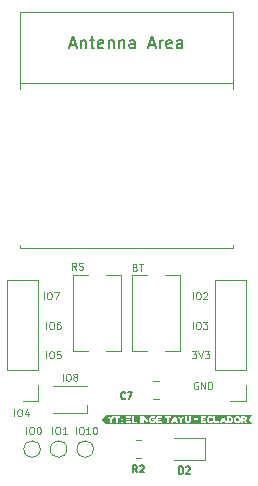
<source format=gbr>
%TF.GenerationSoftware,KiCad,Pcbnew,8.0.4*%
%TF.CreationDate,2024-09-01T23:06:17-05:00*%
%TF.ProjectId,Quick Hack,51756963-6b20-4486-9163-6b2e6b696361,rev?*%
%TF.SameCoordinates,Original*%
%TF.FileFunction,Legend,Top*%
%TF.FilePolarity,Positive*%
%FSLAX46Y46*%
G04 Gerber Fmt 4.6, Leading zero omitted, Abs format (unit mm)*
G04 Created by KiCad (PCBNEW 8.0.4) date 2024-09-01 23:06:17*
%MOMM*%
%LPD*%
G01*
G04 APERTURE LIST*
%ADD10C,0.100000*%
%ADD11C,0.150000*%
%ADD12C,0.120000*%
%ADD13C,0.000000*%
G04 APERTURE END LIST*
D10*
X137822931Y-79549942D02*
X137765789Y-79521371D01*
X137765789Y-79521371D02*
X137680074Y-79521371D01*
X137680074Y-79521371D02*
X137594360Y-79549942D01*
X137594360Y-79549942D02*
X137537217Y-79607085D01*
X137537217Y-79607085D02*
X137508646Y-79664228D01*
X137508646Y-79664228D02*
X137480074Y-79778514D01*
X137480074Y-79778514D02*
X137480074Y-79864228D01*
X137480074Y-79864228D02*
X137508646Y-79978514D01*
X137508646Y-79978514D02*
X137537217Y-80035657D01*
X137537217Y-80035657D02*
X137594360Y-80092800D01*
X137594360Y-80092800D02*
X137680074Y-80121371D01*
X137680074Y-80121371D02*
X137737217Y-80121371D01*
X137737217Y-80121371D02*
X137822931Y-80092800D01*
X137822931Y-80092800D02*
X137851503Y-80064228D01*
X137851503Y-80064228D02*
X137851503Y-79864228D01*
X137851503Y-79864228D02*
X137737217Y-79864228D01*
X138108646Y-80121371D02*
X138108646Y-79521371D01*
X138108646Y-79521371D02*
X138451503Y-80121371D01*
X138451503Y-80121371D02*
X138451503Y-79521371D01*
X138737217Y-80121371D02*
X138737217Y-79521371D01*
X138737217Y-79521371D02*
X138880074Y-79521371D01*
X138880074Y-79521371D02*
X138965788Y-79549942D01*
X138965788Y-79549942D02*
X139022931Y-79607085D01*
X139022931Y-79607085D02*
X139051502Y-79664228D01*
X139051502Y-79664228D02*
X139080074Y-79778514D01*
X139080074Y-79778514D02*
X139080074Y-79864228D01*
X139080074Y-79864228D02*
X139051502Y-79978514D01*
X139051502Y-79978514D02*
X139022931Y-80035657D01*
X139022931Y-80035657D02*
X138965788Y-80092800D01*
X138965788Y-80092800D02*
X138880074Y-80121371D01*
X138880074Y-80121371D02*
X138737217Y-80121371D01*
X137408646Y-75021371D02*
X137408646Y-74421371D01*
X137808645Y-74421371D02*
X137922931Y-74421371D01*
X137922931Y-74421371D02*
X137980074Y-74449942D01*
X137980074Y-74449942D02*
X138037217Y-74507085D01*
X138037217Y-74507085D02*
X138065788Y-74621371D01*
X138065788Y-74621371D02*
X138065788Y-74821371D01*
X138065788Y-74821371D02*
X138037217Y-74935657D01*
X138037217Y-74935657D02*
X137980074Y-74992800D01*
X137980074Y-74992800D02*
X137922931Y-75021371D01*
X137922931Y-75021371D02*
X137808645Y-75021371D01*
X137808645Y-75021371D02*
X137751503Y-74992800D01*
X137751503Y-74992800D02*
X137694360Y-74935657D01*
X137694360Y-74935657D02*
X137665788Y-74821371D01*
X137665788Y-74821371D02*
X137665788Y-74621371D01*
X137665788Y-74621371D02*
X137694360Y-74507085D01*
X137694360Y-74507085D02*
X137751503Y-74449942D01*
X137751503Y-74449942D02*
X137808645Y-74421371D01*
X138265788Y-74421371D02*
X138637216Y-74421371D01*
X138637216Y-74421371D02*
X138437216Y-74649942D01*
X138437216Y-74649942D02*
X138522931Y-74649942D01*
X138522931Y-74649942D02*
X138580074Y-74678514D01*
X138580074Y-74678514D02*
X138608645Y-74707085D01*
X138608645Y-74707085D02*
X138637216Y-74764228D01*
X138637216Y-74764228D02*
X138637216Y-74907085D01*
X138637216Y-74907085D02*
X138608645Y-74964228D01*
X138608645Y-74964228D02*
X138580074Y-74992800D01*
X138580074Y-74992800D02*
X138522931Y-75021371D01*
X138522931Y-75021371D02*
X138351502Y-75021371D01*
X138351502Y-75021371D02*
X138294359Y-74992800D01*
X138294359Y-74992800D02*
X138265788Y-74964228D01*
X125008646Y-77521371D02*
X125008646Y-76921371D01*
X125408645Y-76921371D02*
X125522931Y-76921371D01*
X125522931Y-76921371D02*
X125580074Y-76949942D01*
X125580074Y-76949942D02*
X125637217Y-77007085D01*
X125637217Y-77007085D02*
X125665788Y-77121371D01*
X125665788Y-77121371D02*
X125665788Y-77321371D01*
X125665788Y-77321371D02*
X125637217Y-77435657D01*
X125637217Y-77435657D02*
X125580074Y-77492800D01*
X125580074Y-77492800D02*
X125522931Y-77521371D01*
X125522931Y-77521371D02*
X125408645Y-77521371D01*
X125408645Y-77521371D02*
X125351503Y-77492800D01*
X125351503Y-77492800D02*
X125294360Y-77435657D01*
X125294360Y-77435657D02*
X125265788Y-77321371D01*
X125265788Y-77321371D02*
X125265788Y-77121371D01*
X125265788Y-77121371D02*
X125294360Y-77007085D01*
X125294360Y-77007085D02*
X125351503Y-76949942D01*
X125351503Y-76949942D02*
X125408645Y-76921371D01*
X126208645Y-76921371D02*
X125922931Y-76921371D01*
X125922931Y-76921371D02*
X125894359Y-77207085D01*
X125894359Y-77207085D02*
X125922931Y-77178514D01*
X125922931Y-77178514D02*
X125980074Y-77149942D01*
X125980074Y-77149942D02*
X126122931Y-77149942D01*
X126122931Y-77149942D02*
X126180074Y-77178514D01*
X126180074Y-77178514D02*
X126208645Y-77207085D01*
X126208645Y-77207085D02*
X126237216Y-77264228D01*
X126237216Y-77264228D02*
X126237216Y-77407085D01*
X126237216Y-77407085D02*
X126208645Y-77464228D01*
X126208645Y-77464228D02*
X126180074Y-77492800D01*
X126180074Y-77492800D02*
X126122931Y-77521371D01*
X126122931Y-77521371D02*
X125980074Y-77521371D01*
X125980074Y-77521371D02*
X125922931Y-77492800D01*
X125922931Y-77492800D02*
X125894359Y-77464228D01*
X125508646Y-83921371D02*
X125508646Y-83321371D01*
X125908645Y-83321371D02*
X126022931Y-83321371D01*
X126022931Y-83321371D02*
X126080074Y-83349942D01*
X126080074Y-83349942D02*
X126137217Y-83407085D01*
X126137217Y-83407085D02*
X126165788Y-83521371D01*
X126165788Y-83521371D02*
X126165788Y-83721371D01*
X126165788Y-83721371D02*
X126137217Y-83835657D01*
X126137217Y-83835657D02*
X126080074Y-83892800D01*
X126080074Y-83892800D02*
X126022931Y-83921371D01*
X126022931Y-83921371D02*
X125908645Y-83921371D01*
X125908645Y-83921371D02*
X125851503Y-83892800D01*
X125851503Y-83892800D02*
X125794360Y-83835657D01*
X125794360Y-83835657D02*
X125765788Y-83721371D01*
X125765788Y-83721371D02*
X125765788Y-83521371D01*
X125765788Y-83521371D02*
X125794360Y-83407085D01*
X125794360Y-83407085D02*
X125851503Y-83349942D01*
X125851503Y-83349942D02*
X125908645Y-83321371D01*
X126737216Y-83921371D02*
X126394359Y-83921371D01*
X126565788Y-83921371D02*
X126565788Y-83321371D01*
X126565788Y-83321371D02*
X126508645Y-83407085D01*
X126508645Y-83407085D02*
X126451502Y-83464228D01*
X126451502Y-83464228D02*
X126394359Y-83492800D01*
X126408646Y-79421371D02*
X126408646Y-78821371D01*
X126808645Y-78821371D02*
X126922931Y-78821371D01*
X126922931Y-78821371D02*
X126980074Y-78849942D01*
X126980074Y-78849942D02*
X127037217Y-78907085D01*
X127037217Y-78907085D02*
X127065788Y-79021371D01*
X127065788Y-79021371D02*
X127065788Y-79221371D01*
X127065788Y-79221371D02*
X127037217Y-79335657D01*
X127037217Y-79335657D02*
X126980074Y-79392800D01*
X126980074Y-79392800D02*
X126922931Y-79421371D01*
X126922931Y-79421371D02*
X126808645Y-79421371D01*
X126808645Y-79421371D02*
X126751503Y-79392800D01*
X126751503Y-79392800D02*
X126694360Y-79335657D01*
X126694360Y-79335657D02*
X126665788Y-79221371D01*
X126665788Y-79221371D02*
X126665788Y-79021371D01*
X126665788Y-79021371D02*
X126694360Y-78907085D01*
X126694360Y-78907085D02*
X126751503Y-78849942D01*
X126751503Y-78849942D02*
X126808645Y-78821371D01*
X127408645Y-79078514D02*
X127351502Y-79049942D01*
X127351502Y-79049942D02*
X127322931Y-79021371D01*
X127322931Y-79021371D02*
X127294359Y-78964228D01*
X127294359Y-78964228D02*
X127294359Y-78935657D01*
X127294359Y-78935657D02*
X127322931Y-78878514D01*
X127322931Y-78878514D02*
X127351502Y-78849942D01*
X127351502Y-78849942D02*
X127408645Y-78821371D01*
X127408645Y-78821371D02*
X127522931Y-78821371D01*
X127522931Y-78821371D02*
X127580074Y-78849942D01*
X127580074Y-78849942D02*
X127608645Y-78878514D01*
X127608645Y-78878514D02*
X127637216Y-78935657D01*
X127637216Y-78935657D02*
X127637216Y-78964228D01*
X127637216Y-78964228D02*
X127608645Y-79021371D01*
X127608645Y-79021371D02*
X127580074Y-79049942D01*
X127580074Y-79049942D02*
X127522931Y-79078514D01*
X127522931Y-79078514D02*
X127408645Y-79078514D01*
X127408645Y-79078514D02*
X127351502Y-79107085D01*
X127351502Y-79107085D02*
X127322931Y-79135657D01*
X127322931Y-79135657D02*
X127294359Y-79192800D01*
X127294359Y-79192800D02*
X127294359Y-79307085D01*
X127294359Y-79307085D02*
X127322931Y-79364228D01*
X127322931Y-79364228D02*
X127351502Y-79392800D01*
X127351502Y-79392800D02*
X127408645Y-79421371D01*
X127408645Y-79421371D02*
X127522931Y-79421371D01*
X127522931Y-79421371D02*
X127580074Y-79392800D01*
X127580074Y-79392800D02*
X127608645Y-79364228D01*
X127608645Y-79364228D02*
X127637216Y-79307085D01*
X127637216Y-79307085D02*
X127637216Y-79192800D01*
X127637216Y-79192800D02*
X127608645Y-79135657D01*
X127608645Y-79135657D02*
X127580074Y-79107085D01*
X127580074Y-79107085D02*
X127522931Y-79078514D01*
X137408646Y-72521371D02*
X137408646Y-71921371D01*
X137808645Y-71921371D02*
X137922931Y-71921371D01*
X137922931Y-71921371D02*
X137980074Y-71949942D01*
X137980074Y-71949942D02*
X138037217Y-72007085D01*
X138037217Y-72007085D02*
X138065788Y-72121371D01*
X138065788Y-72121371D02*
X138065788Y-72321371D01*
X138065788Y-72321371D02*
X138037217Y-72435657D01*
X138037217Y-72435657D02*
X137980074Y-72492800D01*
X137980074Y-72492800D02*
X137922931Y-72521371D01*
X137922931Y-72521371D02*
X137808645Y-72521371D01*
X137808645Y-72521371D02*
X137751503Y-72492800D01*
X137751503Y-72492800D02*
X137694360Y-72435657D01*
X137694360Y-72435657D02*
X137665788Y-72321371D01*
X137665788Y-72321371D02*
X137665788Y-72121371D01*
X137665788Y-72121371D02*
X137694360Y-72007085D01*
X137694360Y-72007085D02*
X137751503Y-71949942D01*
X137751503Y-71949942D02*
X137808645Y-71921371D01*
X138294359Y-71978514D02*
X138322931Y-71949942D01*
X138322931Y-71949942D02*
X138380074Y-71921371D01*
X138380074Y-71921371D02*
X138522931Y-71921371D01*
X138522931Y-71921371D02*
X138580074Y-71949942D01*
X138580074Y-71949942D02*
X138608645Y-71978514D01*
X138608645Y-71978514D02*
X138637216Y-72035657D01*
X138637216Y-72035657D02*
X138637216Y-72092800D01*
X138637216Y-72092800D02*
X138608645Y-72178514D01*
X138608645Y-72178514D02*
X138265788Y-72521371D01*
X138265788Y-72521371D02*
X138637216Y-72521371D01*
X125008646Y-75021371D02*
X125008646Y-74421371D01*
X125408645Y-74421371D02*
X125522931Y-74421371D01*
X125522931Y-74421371D02*
X125580074Y-74449942D01*
X125580074Y-74449942D02*
X125637217Y-74507085D01*
X125637217Y-74507085D02*
X125665788Y-74621371D01*
X125665788Y-74621371D02*
X125665788Y-74821371D01*
X125665788Y-74821371D02*
X125637217Y-74935657D01*
X125637217Y-74935657D02*
X125580074Y-74992800D01*
X125580074Y-74992800D02*
X125522931Y-75021371D01*
X125522931Y-75021371D02*
X125408645Y-75021371D01*
X125408645Y-75021371D02*
X125351503Y-74992800D01*
X125351503Y-74992800D02*
X125294360Y-74935657D01*
X125294360Y-74935657D02*
X125265788Y-74821371D01*
X125265788Y-74821371D02*
X125265788Y-74621371D01*
X125265788Y-74621371D02*
X125294360Y-74507085D01*
X125294360Y-74507085D02*
X125351503Y-74449942D01*
X125351503Y-74449942D02*
X125408645Y-74421371D01*
X126180074Y-74421371D02*
X126065788Y-74421371D01*
X126065788Y-74421371D02*
X126008645Y-74449942D01*
X126008645Y-74449942D02*
X125980074Y-74478514D01*
X125980074Y-74478514D02*
X125922931Y-74564228D01*
X125922931Y-74564228D02*
X125894359Y-74678514D01*
X125894359Y-74678514D02*
X125894359Y-74907085D01*
X125894359Y-74907085D02*
X125922931Y-74964228D01*
X125922931Y-74964228D02*
X125951502Y-74992800D01*
X125951502Y-74992800D02*
X126008645Y-75021371D01*
X126008645Y-75021371D02*
X126122931Y-75021371D01*
X126122931Y-75021371D02*
X126180074Y-74992800D01*
X126180074Y-74992800D02*
X126208645Y-74964228D01*
X126208645Y-74964228D02*
X126237216Y-74907085D01*
X126237216Y-74907085D02*
X126237216Y-74764228D01*
X126237216Y-74764228D02*
X126208645Y-74707085D01*
X126208645Y-74707085D02*
X126180074Y-74678514D01*
X126180074Y-74678514D02*
X126122931Y-74649942D01*
X126122931Y-74649942D02*
X126008645Y-74649942D01*
X126008645Y-74649942D02*
X125951502Y-74678514D01*
X125951502Y-74678514D02*
X125922931Y-74707085D01*
X125922931Y-74707085D02*
X125894359Y-74764228D01*
X123308646Y-83921371D02*
X123308646Y-83321371D01*
X123708645Y-83321371D02*
X123822931Y-83321371D01*
X123822931Y-83321371D02*
X123880074Y-83349942D01*
X123880074Y-83349942D02*
X123937217Y-83407085D01*
X123937217Y-83407085D02*
X123965788Y-83521371D01*
X123965788Y-83521371D02*
X123965788Y-83721371D01*
X123965788Y-83721371D02*
X123937217Y-83835657D01*
X123937217Y-83835657D02*
X123880074Y-83892800D01*
X123880074Y-83892800D02*
X123822931Y-83921371D01*
X123822931Y-83921371D02*
X123708645Y-83921371D01*
X123708645Y-83921371D02*
X123651503Y-83892800D01*
X123651503Y-83892800D02*
X123594360Y-83835657D01*
X123594360Y-83835657D02*
X123565788Y-83721371D01*
X123565788Y-83721371D02*
X123565788Y-83521371D01*
X123565788Y-83521371D02*
X123594360Y-83407085D01*
X123594360Y-83407085D02*
X123651503Y-83349942D01*
X123651503Y-83349942D02*
X123708645Y-83321371D01*
X124337216Y-83321371D02*
X124394359Y-83321371D01*
X124394359Y-83321371D02*
X124451502Y-83349942D01*
X124451502Y-83349942D02*
X124480074Y-83378514D01*
X124480074Y-83378514D02*
X124508645Y-83435657D01*
X124508645Y-83435657D02*
X124537216Y-83549942D01*
X124537216Y-83549942D02*
X124537216Y-83692800D01*
X124537216Y-83692800D02*
X124508645Y-83807085D01*
X124508645Y-83807085D02*
X124480074Y-83864228D01*
X124480074Y-83864228D02*
X124451502Y-83892800D01*
X124451502Y-83892800D02*
X124394359Y-83921371D01*
X124394359Y-83921371D02*
X124337216Y-83921371D01*
X124337216Y-83921371D02*
X124280074Y-83892800D01*
X124280074Y-83892800D02*
X124251502Y-83864228D01*
X124251502Y-83864228D02*
X124222931Y-83807085D01*
X124222931Y-83807085D02*
X124194359Y-83692800D01*
X124194359Y-83692800D02*
X124194359Y-83549942D01*
X124194359Y-83549942D02*
X124222931Y-83435657D01*
X124222931Y-83435657D02*
X124251502Y-83378514D01*
X124251502Y-83378514D02*
X124280074Y-83349942D01*
X124280074Y-83349942D02*
X124337216Y-83321371D01*
X132508646Y-69807085D02*
X132594360Y-69835657D01*
X132594360Y-69835657D02*
X132622931Y-69864228D01*
X132622931Y-69864228D02*
X132651503Y-69921371D01*
X132651503Y-69921371D02*
X132651503Y-70007085D01*
X132651503Y-70007085D02*
X132622931Y-70064228D01*
X132622931Y-70064228D02*
X132594360Y-70092800D01*
X132594360Y-70092800D02*
X132537217Y-70121371D01*
X132537217Y-70121371D02*
X132308646Y-70121371D01*
X132308646Y-70121371D02*
X132308646Y-69521371D01*
X132308646Y-69521371D02*
X132508646Y-69521371D01*
X132508646Y-69521371D02*
X132565789Y-69549942D01*
X132565789Y-69549942D02*
X132594360Y-69578514D01*
X132594360Y-69578514D02*
X132622931Y-69635657D01*
X132622931Y-69635657D02*
X132622931Y-69692800D01*
X132622931Y-69692800D02*
X132594360Y-69749942D01*
X132594360Y-69749942D02*
X132565789Y-69778514D01*
X132565789Y-69778514D02*
X132508646Y-69807085D01*
X132508646Y-69807085D02*
X132308646Y-69807085D01*
X132822931Y-69521371D02*
X133165789Y-69521371D01*
X132994360Y-70121371D02*
X132994360Y-69521371D01*
X124808646Y-72521371D02*
X124808646Y-71921371D01*
X125208645Y-71921371D02*
X125322931Y-71921371D01*
X125322931Y-71921371D02*
X125380074Y-71949942D01*
X125380074Y-71949942D02*
X125437217Y-72007085D01*
X125437217Y-72007085D02*
X125465788Y-72121371D01*
X125465788Y-72121371D02*
X125465788Y-72321371D01*
X125465788Y-72321371D02*
X125437217Y-72435657D01*
X125437217Y-72435657D02*
X125380074Y-72492800D01*
X125380074Y-72492800D02*
X125322931Y-72521371D01*
X125322931Y-72521371D02*
X125208645Y-72521371D01*
X125208645Y-72521371D02*
X125151503Y-72492800D01*
X125151503Y-72492800D02*
X125094360Y-72435657D01*
X125094360Y-72435657D02*
X125065788Y-72321371D01*
X125065788Y-72321371D02*
X125065788Y-72121371D01*
X125065788Y-72121371D02*
X125094360Y-72007085D01*
X125094360Y-72007085D02*
X125151503Y-71949942D01*
X125151503Y-71949942D02*
X125208645Y-71921371D01*
X125665788Y-71921371D02*
X126065788Y-71921371D01*
X126065788Y-71921371D02*
X125808645Y-72521371D01*
X127551503Y-70021371D02*
X127351503Y-69735657D01*
X127208646Y-70021371D02*
X127208646Y-69421371D01*
X127208646Y-69421371D02*
X127437217Y-69421371D01*
X127437217Y-69421371D02*
X127494360Y-69449942D01*
X127494360Y-69449942D02*
X127522931Y-69478514D01*
X127522931Y-69478514D02*
X127551503Y-69535657D01*
X127551503Y-69535657D02*
X127551503Y-69621371D01*
X127551503Y-69621371D02*
X127522931Y-69678514D01*
X127522931Y-69678514D02*
X127494360Y-69707085D01*
X127494360Y-69707085D02*
X127437217Y-69735657D01*
X127437217Y-69735657D02*
X127208646Y-69735657D01*
X127780074Y-69992800D02*
X127865789Y-70021371D01*
X127865789Y-70021371D02*
X128008646Y-70021371D01*
X128008646Y-70021371D02*
X128065789Y-69992800D01*
X128065789Y-69992800D02*
X128094360Y-69964228D01*
X128094360Y-69964228D02*
X128122931Y-69907085D01*
X128122931Y-69907085D02*
X128122931Y-69849942D01*
X128122931Y-69849942D02*
X128094360Y-69792800D01*
X128094360Y-69792800D02*
X128065789Y-69764228D01*
X128065789Y-69764228D02*
X128008646Y-69735657D01*
X128008646Y-69735657D02*
X127894360Y-69707085D01*
X127894360Y-69707085D02*
X127837217Y-69678514D01*
X127837217Y-69678514D02*
X127808646Y-69649942D01*
X127808646Y-69649942D02*
X127780074Y-69592800D01*
X127780074Y-69592800D02*
X127780074Y-69535657D01*
X127780074Y-69535657D02*
X127808646Y-69478514D01*
X127808646Y-69478514D02*
X127837217Y-69449942D01*
X127837217Y-69449942D02*
X127894360Y-69421371D01*
X127894360Y-69421371D02*
X128037217Y-69421371D01*
X128037217Y-69421371D02*
X128122931Y-69449942D01*
X127508646Y-83921371D02*
X127508646Y-83321371D01*
X127908645Y-83321371D02*
X128022931Y-83321371D01*
X128022931Y-83321371D02*
X128080074Y-83349942D01*
X128080074Y-83349942D02*
X128137217Y-83407085D01*
X128137217Y-83407085D02*
X128165788Y-83521371D01*
X128165788Y-83521371D02*
X128165788Y-83721371D01*
X128165788Y-83721371D02*
X128137217Y-83835657D01*
X128137217Y-83835657D02*
X128080074Y-83892800D01*
X128080074Y-83892800D02*
X128022931Y-83921371D01*
X128022931Y-83921371D02*
X127908645Y-83921371D01*
X127908645Y-83921371D02*
X127851503Y-83892800D01*
X127851503Y-83892800D02*
X127794360Y-83835657D01*
X127794360Y-83835657D02*
X127765788Y-83721371D01*
X127765788Y-83721371D02*
X127765788Y-83521371D01*
X127765788Y-83521371D02*
X127794360Y-83407085D01*
X127794360Y-83407085D02*
X127851503Y-83349942D01*
X127851503Y-83349942D02*
X127908645Y-83321371D01*
X128737216Y-83921371D02*
X128394359Y-83921371D01*
X128565788Y-83921371D02*
X128565788Y-83321371D01*
X128565788Y-83321371D02*
X128508645Y-83407085D01*
X128508645Y-83407085D02*
X128451502Y-83464228D01*
X128451502Y-83464228D02*
X128394359Y-83492800D01*
X129108645Y-83321371D02*
X129165788Y-83321371D01*
X129165788Y-83321371D02*
X129222931Y-83349942D01*
X129222931Y-83349942D02*
X129251503Y-83378514D01*
X129251503Y-83378514D02*
X129280074Y-83435657D01*
X129280074Y-83435657D02*
X129308645Y-83549942D01*
X129308645Y-83549942D02*
X129308645Y-83692800D01*
X129308645Y-83692800D02*
X129280074Y-83807085D01*
X129280074Y-83807085D02*
X129251503Y-83864228D01*
X129251503Y-83864228D02*
X129222931Y-83892800D01*
X129222931Y-83892800D02*
X129165788Y-83921371D01*
X129165788Y-83921371D02*
X129108645Y-83921371D01*
X129108645Y-83921371D02*
X129051503Y-83892800D01*
X129051503Y-83892800D02*
X129022931Y-83864228D01*
X129022931Y-83864228D02*
X128994360Y-83807085D01*
X128994360Y-83807085D02*
X128965788Y-83692800D01*
X128965788Y-83692800D02*
X128965788Y-83549942D01*
X128965788Y-83549942D02*
X128994360Y-83435657D01*
X128994360Y-83435657D02*
X129022931Y-83378514D01*
X129022931Y-83378514D02*
X129051503Y-83349942D01*
X129051503Y-83349942D02*
X129108645Y-83321371D01*
X137351503Y-76921371D02*
X137722931Y-76921371D01*
X137722931Y-76921371D02*
X137522931Y-77149942D01*
X137522931Y-77149942D02*
X137608646Y-77149942D01*
X137608646Y-77149942D02*
X137665789Y-77178514D01*
X137665789Y-77178514D02*
X137694360Y-77207085D01*
X137694360Y-77207085D02*
X137722931Y-77264228D01*
X137722931Y-77264228D02*
X137722931Y-77407085D01*
X137722931Y-77407085D02*
X137694360Y-77464228D01*
X137694360Y-77464228D02*
X137665789Y-77492800D01*
X137665789Y-77492800D02*
X137608646Y-77521371D01*
X137608646Y-77521371D02*
X137437217Y-77521371D01*
X137437217Y-77521371D02*
X137380074Y-77492800D01*
X137380074Y-77492800D02*
X137351503Y-77464228D01*
X137894360Y-76921371D02*
X138094360Y-77521371D01*
X138094360Y-77521371D02*
X138294360Y-76921371D01*
X138437218Y-76921371D02*
X138808646Y-76921371D01*
X138808646Y-76921371D02*
X138608646Y-77149942D01*
X138608646Y-77149942D02*
X138694361Y-77149942D01*
X138694361Y-77149942D02*
X138751504Y-77178514D01*
X138751504Y-77178514D02*
X138780075Y-77207085D01*
X138780075Y-77207085D02*
X138808646Y-77264228D01*
X138808646Y-77264228D02*
X138808646Y-77407085D01*
X138808646Y-77407085D02*
X138780075Y-77464228D01*
X138780075Y-77464228D02*
X138751504Y-77492800D01*
X138751504Y-77492800D02*
X138694361Y-77521371D01*
X138694361Y-77521371D02*
X138522932Y-77521371D01*
X138522932Y-77521371D02*
X138465789Y-77492800D01*
X138465789Y-77492800D02*
X138437218Y-77464228D01*
X122308646Y-82421371D02*
X122308646Y-81821371D01*
X122708645Y-81821371D02*
X122822931Y-81821371D01*
X122822931Y-81821371D02*
X122880074Y-81849942D01*
X122880074Y-81849942D02*
X122937217Y-81907085D01*
X122937217Y-81907085D02*
X122965788Y-82021371D01*
X122965788Y-82021371D02*
X122965788Y-82221371D01*
X122965788Y-82221371D02*
X122937217Y-82335657D01*
X122937217Y-82335657D02*
X122880074Y-82392800D01*
X122880074Y-82392800D02*
X122822931Y-82421371D01*
X122822931Y-82421371D02*
X122708645Y-82421371D01*
X122708645Y-82421371D02*
X122651503Y-82392800D01*
X122651503Y-82392800D02*
X122594360Y-82335657D01*
X122594360Y-82335657D02*
X122565788Y-82221371D01*
X122565788Y-82221371D02*
X122565788Y-82021371D01*
X122565788Y-82021371D02*
X122594360Y-81907085D01*
X122594360Y-81907085D02*
X122651503Y-81849942D01*
X122651503Y-81849942D02*
X122708645Y-81821371D01*
X123480074Y-82021371D02*
X123480074Y-82421371D01*
X123337216Y-81792800D02*
X123194359Y-82221371D01*
X123194359Y-82221371D02*
X123565788Y-82221371D01*
D11*
X132700000Y-87169771D02*
X132500000Y-86884057D01*
X132357143Y-87169771D02*
X132357143Y-86569771D01*
X132357143Y-86569771D02*
X132585714Y-86569771D01*
X132585714Y-86569771D02*
X132642857Y-86598342D01*
X132642857Y-86598342D02*
X132671428Y-86626914D01*
X132671428Y-86626914D02*
X132700000Y-86684057D01*
X132700000Y-86684057D02*
X132700000Y-86769771D01*
X132700000Y-86769771D02*
X132671428Y-86826914D01*
X132671428Y-86826914D02*
X132642857Y-86855485D01*
X132642857Y-86855485D02*
X132585714Y-86884057D01*
X132585714Y-86884057D02*
X132357143Y-86884057D01*
X132928571Y-86626914D02*
X132957143Y-86598342D01*
X132957143Y-86598342D02*
X133014286Y-86569771D01*
X133014286Y-86569771D02*
X133157143Y-86569771D01*
X133157143Y-86569771D02*
X133214286Y-86598342D01*
X133214286Y-86598342D02*
X133242857Y-86626914D01*
X133242857Y-86626914D02*
X133271428Y-86684057D01*
X133271428Y-86684057D02*
X133271428Y-86741200D01*
X133271428Y-86741200D02*
X133242857Y-86826914D01*
X133242857Y-86826914D02*
X132900000Y-87169771D01*
X132900000Y-87169771D02*
X133271428Y-87169771D01*
X127038094Y-50969104D02*
X127514284Y-50969104D01*
X126942856Y-51254819D02*
X127276189Y-50254819D01*
X127276189Y-50254819D02*
X127609522Y-51254819D01*
X127942856Y-50588152D02*
X127942856Y-51254819D01*
X127942856Y-50683390D02*
X127990475Y-50635771D01*
X127990475Y-50635771D02*
X128085713Y-50588152D01*
X128085713Y-50588152D02*
X128228570Y-50588152D01*
X128228570Y-50588152D02*
X128323808Y-50635771D01*
X128323808Y-50635771D02*
X128371427Y-50731009D01*
X128371427Y-50731009D02*
X128371427Y-51254819D01*
X128704761Y-50588152D02*
X129085713Y-50588152D01*
X128847618Y-50254819D02*
X128847618Y-51111961D01*
X128847618Y-51111961D02*
X128895237Y-51207200D01*
X128895237Y-51207200D02*
X128990475Y-51254819D01*
X128990475Y-51254819D02*
X129085713Y-51254819D01*
X129799999Y-51207200D02*
X129704761Y-51254819D01*
X129704761Y-51254819D02*
X129514285Y-51254819D01*
X129514285Y-51254819D02*
X129419047Y-51207200D01*
X129419047Y-51207200D02*
X129371428Y-51111961D01*
X129371428Y-51111961D02*
X129371428Y-50731009D01*
X129371428Y-50731009D02*
X129419047Y-50635771D01*
X129419047Y-50635771D02*
X129514285Y-50588152D01*
X129514285Y-50588152D02*
X129704761Y-50588152D01*
X129704761Y-50588152D02*
X129799999Y-50635771D01*
X129799999Y-50635771D02*
X129847618Y-50731009D01*
X129847618Y-50731009D02*
X129847618Y-50826247D01*
X129847618Y-50826247D02*
X129371428Y-50921485D01*
X130276190Y-50588152D02*
X130276190Y-51254819D01*
X130276190Y-50683390D02*
X130323809Y-50635771D01*
X130323809Y-50635771D02*
X130419047Y-50588152D01*
X130419047Y-50588152D02*
X130561904Y-50588152D01*
X130561904Y-50588152D02*
X130657142Y-50635771D01*
X130657142Y-50635771D02*
X130704761Y-50731009D01*
X130704761Y-50731009D02*
X130704761Y-51254819D01*
X131180952Y-50588152D02*
X131180952Y-51254819D01*
X131180952Y-50683390D02*
X131228571Y-50635771D01*
X131228571Y-50635771D02*
X131323809Y-50588152D01*
X131323809Y-50588152D02*
X131466666Y-50588152D01*
X131466666Y-50588152D02*
X131561904Y-50635771D01*
X131561904Y-50635771D02*
X131609523Y-50731009D01*
X131609523Y-50731009D02*
X131609523Y-51254819D01*
X132514285Y-51254819D02*
X132514285Y-50731009D01*
X132514285Y-50731009D02*
X132466666Y-50635771D01*
X132466666Y-50635771D02*
X132371428Y-50588152D01*
X132371428Y-50588152D02*
X132180952Y-50588152D01*
X132180952Y-50588152D02*
X132085714Y-50635771D01*
X132514285Y-51207200D02*
X132419047Y-51254819D01*
X132419047Y-51254819D02*
X132180952Y-51254819D01*
X132180952Y-51254819D02*
X132085714Y-51207200D01*
X132085714Y-51207200D02*
X132038095Y-51111961D01*
X132038095Y-51111961D02*
X132038095Y-51016723D01*
X132038095Y-51016723D02*
X132085714Y-50921485D01*
X132085714Y-50921485D02*
X132180952Y-50873866D01*
X132180952Y-50873866D02*
X132419047Y-50873866D01*
X132419047Y-50873866D02*
X132514285Y-50826247D01*
X133704762Y-50969104D02*
X134180952Y-50969104D01*
X133609524Y-51254819D02*
X133942857Y-50254819D01*
X133942857Y-50254819D02*
X134276190Y-51254819D01*
X134609524Y-51254819D02*
X134609524Y-50588152D01*
X134609524Y-50778628D02*
X134657143Y-50683390D01*
X134657143Y-50683390D02*
X134704762Y-50635771D01*
X134704762Y-50635771D02*
X134800000Y-50588152D01*
X134800000Y-50588152D02*
X134895238Y-50588152D01*
X135609524Y-51207200D02*
X135514286Y-51254819D01*
X135514286Y-51254819D02*
X135323810Y-51254819D01*
X135323810Y-51254819D02*
X135228572Y-51207200D01*
X135228572Y-51207200D02*
X135180953Y-51111961D01*
X135180953Y-51111961D02*
X135180953Y-50731009D01*
X135180953Y-50731009D02*
X135228572Y-50635771D01*
X135228572Y-50635771D02*
X135323810Y-50588152D01*
X135323810Y-50588152D02*
X135514286Y-50588152D01*
X135514286Y-50588152D02*
X135609524Y-50635771D01*
X135609524Y-50635771D02*
X135657143Y-50731009D01*
X135657143Y-50731009D02*
X135657143Y-50826247D01*
X135657143Y-50826247D02*
X135180953Y-50921485D01*
X136514286Y-51254819D02*
X136514286Y-50731009D01*
X136514286Y-50731009D02*
X136466667Y-50635771D01*
X136466667Y-50635771D02*
X136371429Y-50588152D01*
X136371429Y-50588152D02*
X136180953Y-50588152D01*
X136180953Y-50588152D02*
X136085715Y-50635771D01*
X136514286Y-51207200D02*
X136419048Y-51254819D01*
X136419048Y-51254819D02*
X136180953Y-51254819D01*
X136180953Y-51254819D02*
X136085715Y-51207200D01*
X136085715Y-51207200D02*
X136038096Y-51111961D01*
X136038096Y-51111961D02*
X136038096Y-51016723D01*
X136038096Y-51016723D02*
X136085715Y-50921485D01*
X136085715Y-50921485D02*
X136180953Y-50873866D01*
X136180953Y-50873866D02*
X136419048Y-50873866D01*
X136419048Y-50873866D02*
X136514286Y-50826247D01*
X136257143Y-87269771D02*
X136257143Y-86669771D01*
X136257143Y-86669771D02*
X136400000Y-86669771D01*
X136400000Y-86669771D02*
X136485714Y-86698342D01*
X136485714Y-86698342D02*
X136542857Y-86755485D01*
X136542857Y-86755485D02*
X136571428Y-86812628D01*
X136571428Y-86812628D02*
X136600000Y-86926914D01*
X136600000Y-86926914D02*
X136600000Y-87012628D01*
X136600000Y-87012628D02*
X136571428Y-87126914D01*
X136571428Y-87126914D02*
X136542857Y-87184057D01*
X136542857Y-87184057D02*
X136485714Y-87241200D01*
X136485714Y-87241200D02*
X136400000Y-87269771D01*
X136400000Y-87269771D02*
X136257143Y-87269771D01*
X136828571Y-86726914D02*
X136857143Y-86698342D01*
X136857143Y-86698342D02*
X136914286Y-86669771D01*
X136914286Y-86669771D02*
X137057143Y-86669771D01*
X137057143Y-86669771D02*
X137114286Y-86698342D01*
X137114286Y-86698342D02*
X137142857Y-86726914D01*
X137142857Y-86726914D02*
X137171428Y-86784057D01*
X137171428Y-86784057D02*
X137171428Y-86841200D01*
X137171428Y-86841200D02*
X137142857Y-86926914D01*
X137142857Y-86926914D02*
X136800000Y-87269771D01*
X136800000Y-87269771D02*
X137171428Y-87269771D01*
X131700000Y-80912628D02*
X131671428Y-80941200D01*
X131671428Y-80941200D02*
X131585714Y-80969771D01*
X131585714Y-80969771D02*
X131528571Y-80969771D01*
X131528571Y-80969771D02*
X131442857Y-80941200D01*
X131442857Y-80941200D02*
X131385714Y-80884057D01*
X131385714Y-80884057D02*
X131357143Y-80826914D01*
X131357143Y-80826914D02*
X131328571Y-80712628D01*
X131328571Y-80712628D02*
X131328571Y-80626914D01*
X131328571Y-80626914D02*
X131357143Y-80512628D01*
X131357143Y-80512628D02*
X131385714Y-80455485D01*
X131385714Y-80455485D02*
X131442857Y-80398342D01*
X131442857Y-80398342D02*
X131528571Y-80369771D01*
X131528571Y-80369771D02*
X131585714Y-80369771D01*
X131585714Y-80369771D02*
X131671428Y-80398342D01*
X131671428Y-80398342D02*
X131700000Y-80426914D01*
X131900000Y-80369771D02*
X132300000Y-80369771D01*
X132300000Y-80369771D02*
X132042857Y-80969771D01*
D12*
%TO.C,D1*%
X128420000Y-79850000D02*
X125580000Y-79850000D01*
X128420000Y-82150000D02*
X125580000Y-82150000D01*
X128420000Y-82150000D02*
X128420000Y-81500000D01*
%TO.C,SW1*%
X127300000Y-70500000D02*
X127300000Y-76900000D01*
X127300000Y-76900000D02*
X128500000Y-76900000D01*
X128500000Y-70500000D02*
X127300000Y-70500000D01*
X130100000Y-76900000D02*
X131300000Y-76900000D01*
X131300000Y-70500000D02*
X130100000Y-70500000D01*
X131300000Y-76900000D02*
X131300000Y-70500000D01*
%TO.C,TP3*%
X126750000Y-85200000D02*
G75*
G02*
X125350000Y-85200000I-700000J0D01*
G01*
X125350000Y-85200000D02*
G75*
G02*
X126750000Y-85200000I700000J0D01*
G01*
%TO.C,TP2*%
X124500000Y-85200000D02*
G75*
G02*
X123100000Y-85200000I-700000J0D01*
G01*
X123100000Y-85200000D02*
G75*
G02*
X124500000Y-85200000I700000J0D01*
G01*
%TO.C,SW2*%
X132300000Y-70500000D02*
X132300000Y-76900000D01*
X132300000Y-76900000D02*
X133500000Y-76900000D01*
X133500000Y-70500000D02*
X132300000Y-70500000D01*
X135100000Y-76900000D02*
X136300000Y-76900000D01*
X136300000Y-70500000D02*
X135100000Y-70500000D01*
X136300000Y-76900000D02*
X136300000Y-70500000D01*
%TO.C,R2*%
X132572936Y-84465000D02*
X133027064Y-84465000D01*
X132572936Y-85935000D02*
X133027064Y-85935000D01*
%TO.C,J2*%
X139270000Y-78530000D02*
X139270000Y-70850000D01*
X141930000Y-70850000D02*
X139270000Y-70850000D01*
X141930000Y-78530000D02*
X139270000Y-78530000D01*
X141930000Y-78530000D02*
X141930000Y-70850000D01*
X141930000Y-79800000D02*
X141930000Y-81130000D01*
X141930000Y-81130000D02*
X140600000Y-81130000D01*
%TO.C,U2*%
X122800000Y-48200000D02*
X122800000Y-54700000D01*
X122800000Y-48200000D02*
X140800000Y-48200000D01*
X122800000Y-68200000D02*
X122800000Y-67950000D01*
X140800000Y-48200000D02*
X140800000Y-54700000D01*
X140800000Y-54200000D02*
X122850000Y-54200000D01*
X140800000Y-67950000D02*
X140800000Y-68200000D01*
X140800000Y-68200000D02*
X122800000Y-68200000D01*
%TO.C,D2*%
X135800000Y-86160000D02*
X138485000Y-86160000D01*
X138485000Y-84240000D02*
X135800000Y-84240000D01*
X138485000Y-86160000D02*
X138485000Y-84240000D01*
%TO.C,J3*%
X121670000Y-78530000D02*
X121670000Y-70850000D01*
X124330000Y-70850000D02*
X121670000Y-70850000D01*
X124330000Y-78530000D02*
X121670000Y-78530000D01*
X124330000Y-78530000D02*
X124330000Y-70850000D01*
X124330000Y-79800000D02*
X124330000Y-81130000D01*
X124330000Y-81130000D02*
X123000000Y-81130000D01*
%TO.C,TP1*%
X129000000Y-85200000D02*
G75*
G02*
X127600000Y-85200000I-700000J0D01*
G01*
X127600000Y-85200000D02*
G75*
G02*
X129000000Y-85200000I700000J0D01*
G01*
D13*
%TO.C,kibuzzard-66CE9F7E*%
G36*
X135909442Y-82741631D02*
G01*
X135828755Y-82741631D01*
X135869099Y-82658369D01*
X135909442Y-82741631D01*
G37*
G36*
X140039056Y-82741631D02*
G01*
X139958369Y-82741631D01*
X139998712Y-82658369D01*
X140039056Y-82741631D01*
G37*
G36*
X141809442Y-82574249D02*
G01*
X141827897Y-82618884D01*
X141808155Y-82666094D01*
X141766953Y-82681545D01*
X141672532Y-82681545D01*
X141672532Y-82556223D01*
X141765236Y-82556223D01*
X141809442Y-82574249D01*
G37*
G36*
X140609013Y-82566738D02*
G01*
X140655365Y-82598283D01*
X140686910Y-82644635D01*
X140697425Y-82699571D01*
X140686910Y-82754399D01*
X140655365Y-82800429D01*
X140609227Y-82831652D01*
X140554936Y-82842060D01*
X140485408Y-82842060D01*
X140485408Y-82556223D01*
X140554077Y-82556223D01*
X140609013Y-82566738D01*
G37*
G36*
X141229828Y-82560408D02*
G01*
X141275107Y-82593562D01*
X141306009Y-82642597D01*
X141316309Y-82701288D01*
X141306116Y-82760408D01*
X141275536Y-82809013D01*
X141230150Y-82841524D01*
X141175536Y-82852361D01*
X141122639Y-82841202D01*
X141077253Y-82807725D01*
X141046030Y-82758798D01*
X141035622Y-82701288D01*
X141045923Y-82642597D01*
X141076824Y-82593562D01*
X141122318Y-82560408D01*
X141176395Y-82549356D01*
X141229828Y-82560408D01*
G37*
G36*
X142176681Y-82700000D02*
G01*
X142433524Y-83085265D01*
X142176681Y-83085265D01*
X141997854Y-83085265D01*
X141892275Y-83085265D01*
X141179828Y-83085265D01*
X140406438Y-83085265D01*
X140186695Y-83085265D01*
X139403004Y-83085265D01*
X138895708Y-83085265D01*
X138166094Y-83085265D01*
X137780687Y-83085265D01*
X137010730Y-83085265D01*
X136448498Y-83085265D01*
X136057082Y-83085265D01*
X135288841Y-83085265D01*
X134406438Y-83085265D01*
X134010730Y-83085265D01*
X133204721Y-83085265D01*
X133000429Y-83085265D01*
X132329185Y-83085265D01*
X131801288Y-83085265D01*
X131393562Y-83085265D01*
X131023605Y-83085265D01*
X130475966Y-83085265D01*
X130202146Y-83085265D01*
X130023319Y-83085265D01*
X129766476Y-82700000D01*
X129926418Y-82460086D01*
X130207296Y-82460086D01*
X130226180Y-82517597D01*
X130396996Y-82773391D01*
X130396996Y-82921888D01*
X130398283Y-82951931D01*
X130406438Y-82975966D01*
X130430472Y-82995708D01*
X130475966Y-83001717D01*
X130521459Y-82995708D01*
X130545494Y-82976395D01*
X130553648Y-82953219D01*
X130554936Y-82923605D01*
X130554936Y-82773391D01*
X130725751Y-82517597D01*
X130743914Y-82463519D01*
X130762661Y-82463519D01*
X130767811Y-82502146D01*
X130784120Y-82522318D01*
X130803433Y-82529185D01*
X130827897Y-82530472D01*
X130947210Y-82530472D01*
X130947210Y-82922747D01*
X130948498Y-82951502D01*
X130956223Y-82974678D01*
X130979399Y-82993991D01*
X131023605Y-83000000D01*
X131068240Y-82993991D01*
X131092275Y-82975107D01*
X131100429Y-82952361D01*
X131101717Y-82923605D01*
X131101717Y-82920172D01*
X131311159Y-82920172D01*
X131329614Y-82982833D01*
X131393562Y-83000858D01*
X131457511Y-82982833D01*
X131475966Y-82919313D01*
X131471459Y-82879936D01*
X131457940Y-82854506D01*
X131394421Y-82836052D01*
X131355043Y-82840665D01*
X131329614Y-82854506D01*
X131315773Y-82880150D01*
X131311159Y-82920172D01*
X131101717Y-82920172D01*
X131101717Y-82665236D01*
X131312017Y-82665236D01*
X131330472Y-82727897D01*
X131394421Y-82745923D01*
X131458369Y-82727897D01*
X131476824Y-82664378D01*
X131472318Y-82625000D01*
X131458798Y-82599571D01*
X131395279Y-82581116D01*
X131355901Y-82585730D01*
X131330472Y-82599571D01*
X131316631Y-82625215D01*
X131312017Y-82665236D01*
X131101717Y-82665236D01*
X131101717Y-82530472D01*
X131220172Y-82530472D01*
X131244635Y-82529185D01*
X131264378Y-82522318D01*
X131281116Y-82502146D01*
X131284510Y-82477253D01*
X131723176Y-82477253D01*
X131723176Y-82921030D01*
X131724464Y-82950644D01*
X131732618Y-82974249D01*
X131756652Y-82993991D01*
X131801288Y-83000000D01*
X132117167Y-83000000D01*
X132146781Y-82998712D01*
X132170386Y-82990558D01*
X132190129Y-82966524D01*
X132196137Y-82921888D01*
X132190129Y-82876395D01*
X132170815Y-82852361D01*
X132147639Y-82844206D01*
X132118026Y-82842918D01*
X131880258Y-82842918D01*
X131880258Y-82766524D01*
X132037339Y-82766524D01*
X132065665Y-82765236D01*
X132087124Y-82758369D01*
X132103863Y-82738627D01*
X132108584Y-82700429D01*
X132103863Y-82661373D01*
X132087554Y-82640773D01*
X132066953Y-82633906D01*
X132039056Y-82632618D01*
X131880258Y-82632618D01*
X131880258Y-82556223D01*
X132117167Y-82556223D01*
X132146781Y-82554936D01*
X132170386Y-82546781D01*
X132190129Y-82522747D01*
X132196137Y-82478112D01*
X132196024Y-82477253D01*
X132251073Y-82477253D01*
X132251073Y-82921030D01*
X132252361Y-82950644D01*
X132260515Y-82974249D01*
X132284549Y-82993991D01*
X132329185Y-83000000D01*
X132616738Y-83000000D01*
X132641202Y-82998712D01*
X132661803Y-82991416D01*
X132678541Y-82970815D01*
X132683691Y-82933047D01*
X132678541Y-82894421D01*
X132661803Y-82874249D01*
X132642060Y-82867382D01*
X132617597Y-82866094D01*
X132408155Y-82866094D01*
X132408155Y-82478112D01*
X132408118Y-82477253D01*
X132922318Y-82477253D01*
X132922318Y-82921030D01*
X132923605Y-82950644D01*
X132931760Y-82974249D01*
X132955794Y-82993991D01*
X133000429Y-83000000D01*
X133045923Y-82993991D01*
X133069957Y-82974678D01*
X133078112Y-82951502D01*
X133079399Y-82921888D01*
X133079399Y-82478112D01*
X133079287Y-82475536D01*
X133127468Y-82475536D01*
X133127468Y-82921030D01*
X133129185Y-82951073D01*
X133137339Y-82974678D01*
X133160515Y-82993991D01*
X133204721Y-83000000D01*
X133250215Y-82993991D01*
X133274249Y-82974678D01*
X133282403Y-82951502D01*
X133283691Y-82921888D01*
X133283691Y-82683262D01*
X133506009Y-82976824D01*
X133531330Y-82995279D01*
X133575536Y-83000000D01*
X133621030Y-82993991D01*
X133645064Y-82974678D01*
X133653219Y-82951502D01*
X133654506Y-82921888D01*
X133654506Y-82690987D01*
X133708584Y-82690987D01*
X133714163Y-82753916D01*
X133730901Y-82812232D01*
X133758798Y-82865933D01*
X133797854Y-82915021D01*
X133844635Y-82955955D01*
X133895708Y-82985193D01*
X133951073Y-83002736D01*
X134010730Y-83008584D01*
X134076538Y-83004864D01*
X134133190Y-82993705D01*
X134180687Y-82975107D01*
X134212232Y-82955258D01*
X134236481Y-82931760D01*
X134257082Y-82882403D01*
X134257082Y-82706438D01*
X134256652Y-82684979D01*
X134252790Y-82666094D01*
X134242489Y-82648927D01*
X134222318Y-82637768D01*
X134189270Y-82631760D01*
X134039056Y-82631760D01*
X134015880Y-82633047D01*
X133996996Y-82639914D01*
X133981116Y-82660086D01*
X133976395Y-82697854D01*
X133980687Y-82736481D01*
X133995279Y-82756652D01*
X134013305Y-82763519D01*
X134036481Y-82764807D01*
X134100000Y-82764807D01*
X134100000Y-82838627D01*
X134063519Y-82846996D01*
X134014163Y-82849785D01*
X133958584Y-82837983D01*
X133910300Y-82802575D01*
X133876824Y-82751502D01*
X133865665Y-82692704D01*
X133876395Y-82635730D01*
X133908584Y-82588412D01*
X133956009Y-82556545D01*
X134012446Y-82545923D01*
X134065451Y-82551931D01*
X134109442Y-82569957D01*
X134155794Y-82589700D01*
X134187554Y-82578326D01*
X134219313Y-82544206D01*
X134239056Y-82496137D01*
X134232869Y-82477253D01*
X134328326Y-82477253D01*
X134328326Y-82921030D01*
X134329614Y-82950644D01*
X134337768Y-82974249D01*
X134361803Y-82993991D01*
X134406438Y-83000000D01*
X134722318Y-83000000D01*
X134751931Y-82998712D01*
X134775536Y-82990558D01*
X134795279Y-82966524D01*
X134801288Y-82921888D01*
X134795279Y-82876395D01*
X134775966Y-82852361D01*
X134752790Y-82844206D01*
X134723176Y-82842918D01*
X134485408Y-82842918D01*
X134485408Y-82766524D01*
X134642489Y-82766524D01*
X134670815Y-82765236D01*
X134692275Y-82758369D01*
X134709013Y-82738627D01*
X134713734Y-82700429D01*
X134709013Y-82661373D01*
X134692704Y-82640773D01*
X134672103Y-82633906D01*
X134644206Y-82632618D01*
X134485408Y-82632618D01*
X134485408Y-82556223D01*
X134722318Y-82556223D01*
X134751931Y-82554936D01*
X134775536Y-82546781D01*
X134795279Y-82522747D01*
X134801288Y-82478112D01*
X134799361Y-82463519D01*
X135027897Y-82463519D01*
X135033047Y-82502146D01*
X135049356Y-82522318D01*
X135068670Y-82529185D01*
X135093133Y-82530472D01*
X135212446Y-82530472D01*
X135212446Y-82922747D01*
X135213734Y-82951502D01*
X135221459Y-82974678D01*
X135244635Y-82993991D01*
X135288841Y-83000000D01*
X135333476Y-82993991D01*
X135357511Y-82975107D01*
X135365665Y-82952361D01*
X135365703Y-82951502D01*
X135571245Y-82951502D01*
X135619313Y-82993133D01*
X135681974Y-83005579D01*
X135724893Y-82957940D01*
X135764378Y-82875536D01*
X135975536Y-82875536D01*
X136015021Y-82957082D01*
X136057082Y-83006438D01*
X136120601Y-82993991D01*
X136168240Y-82951931D01*
X136156652Y-82890987D01*
X135948259Y-82460086D01*
X136179828Y-82460086D01*
X136198712Y-82517597D01*
X136369528Y-82773391D01*
X136369528Y-82921888D01*
X136370815Y-82951931D01*
X136378970Y-82975966D01*
X136403004Y-82995708D01*
X136448498Y-83001717D01*
X136493991Y-82995708D01*
X136518026Y-82976395D01*
X136526180Y-82953219D01*
X136527468Y-82923605D01*
X136527468Y-82773391D01*
X136698283Y-82517597D01*
X136711833Y-82477253D01*
X136746352Y-82477253D01*
X136746352Y-82717597D01*
X136750644Y-82769528D01*
X136763519Y-82820601D01*
X136784442Y-82869313D01*
X136812876Y-82914163D01*
X136849893Y-82952897D01*
X136896567Y-82983262D01*
X136950858Y-83002897D01*
X137010730Y-83009442D01*
X137070708Y-83003004D01*
X137125322Y-82983691D01*
X137172425Y-82953755D01*
X137209871Y-82915451D01*
X137238734Y-82870923D01*
X137260086Y-82822318D01*
X137273283Y-82771245D01*
X137277682Y-82719313D01*
X137277682Y-82649785D01*
X137514592Y-82649785D01*
X137518884Y-82689270D01*
X137537983Y-82711159D01*
X137576395Y-82718455D01*
X137780687Y-82718455D01*
X137823605Y-82710730D01*
X137838627Y-82689700D01*
X137843348Y-82650644D01*
X137838197Y-82611159D01*
X137819742Y-82589914D01*
X137781545Y-82582833D01*
X137577253Y-82582833D01*
X137536052Y-82590558D01*
X137519742Y-82611159D01*
X137514592Y-82649785D01*
X137277682Y-82649785D01*
X137277682Y-82478112D01*
X137277645Y-82477253D01*
X138087983Y-82477253D01*
X138087983Y-82921030D01*
X138089270Y-82950644D01*
X138097425Y-82974249D01*
X138121459Y-82993991D01*
X138166094Y-83000000D01*
X138481974Y-83000000D01*
X138511588Y-82998712D01*
X138535193Y-82990558D01*
X138554936Y-82966524D01*
X138560944Y-82921888D01*
X138554936Y-82876395D01*
X138535622Y-82852361D01*
X138512446Y-82844206D01*
X138482833Y-82842918D01*
X138245064Y-82842918D01*
X138245064Y-82766524D01*
X138402146Y-82766524D01*
X138430472Y-82765236D01*
X138451931Y-82758369D01*
X138468670Y-82738627D01*
X138473391Y-82700429D01*
X138472872Y-82696137D01*
X138584979Y-82696137D01*
X138590451Y-82758584D01*
X138606867Y-82815451D01*
X138631652Y-82864700D01*
X138662232Y-82904292D01*
X138697961Y-82936481D01*
X138738197Y-82963519D01*
X138780043Y-82984442D01*
X138820601Y-82998283D01*
X138859335Y-83006009D01*
X138895708Y-83008584D01*
X138951216Y-83003243D01*
X139004435Y-82987220D01*
X139055365Y-82960515D01*
X139090558Y-82934335D01*
X139102575Y-82903004D01*
X139083691Y-82853219D01*
X139052790Y-82816524D01*
X139023605Y-82804292D01*
X138980687Y-82821459D01*
X138937554Y-82842704D01*
X138892275Y-82849785D01*
X138827039Y-82836052D01*
X138796030Y-82816845D01*
X138768240Y-82786695D01*
X138748605Y-82747318D01*
X138742060Y-82700429D01*
X138745708Y-82663948D01*
X138756652Y-82631760D01*
X138794850Y-82584979D01*
X138843348Y-82559657D01*
X138892275Y-82551073D01*
X138912876Y-82551931D01*
X138930043Y-82554936D01*
X138943777Y-82558369D01*
X138955365Y-82562661D01*
X138963519Y-82567382D01*
X138970815Y-82572103D01*
X138976395Y-82575966D01*
X139022747Y-82595708D01*
X139052361Y-82584120D01*
X139084549Y-82549356D01*
X139103433Y-82501288D01*
X139095823Y-82477253D01*
X139138627Y-82477253D01*
X139138627Y-82717597D01*
X139142918Y-82769528D01*
X139155794Y-82820601D01*
X139176717Y-82869313D01*
X139205150Y-82914163D01*
X139242167Y-82952897D01*
X139288841Y-82983262D01*
X139343133Y-83002897D01*
X139403004Y-83009442D01*
X139462983Y-83003004D01*
X139517597Y-82983691D01*
X139564700Y-82953755D01*
X139566903Y-82951502D01*
X139700858Y-82951502D01*
X139748927Y-82993133D01*
X139811588Y-83005579D01*
X139854506Y-82957940D01*
X139893991Y-82875536D01*
X140105150Y-82875536D01*
X140144635Y-82957082D01*
X140186695Y-83006438D01*
X140250215Y-82993991D01*
X140297854Y-82951931D01*
X140286266Y-82890987D01*
X140085759Y-82476395D01*
X140328326Y-82476395D01*
X140328326Y-82920172D01*
X140330472Y-82950644D01*
X140339485Y-82974678D01*
X140363090Y-82993133D01*
X140406438Y-82999142D01*
X140552361Y-82999142D01*
X140612715Y-82993589D01*
X140668455Y-82976931D01*
X140719582Y-82949168D01*
X140766094Y-82910300D01*
X140804775Y-82863600D01*
X140832403Y-82812339D01*
X140848981Y-82756518D01*
X140853721Y-82704721D01*
X140878541Y-82704721D01*
X140884067Y-82765504D01*
X140900644Y-82821674D01*
X140928273Y-82873230D01*
X140966953Y-82920172D01*
X141013412Y-82959227D01*
X141064378Y-82987124D01*
X141119850Y-83003863D01*
X141179828Y-83009442D01*
X141238171Y-83003782D01*
X141292167Y-82986803D01*
X141341819Y-82958503D01*
X141387124Y-82918884D01*
X141424866Y-82871325D01*
X141451824Y-82819206D01*
X141467999Y-82762527D01*
X141473391Y-82701288D01*
X141467918Y-82638975D01*
X141451502Y-82581652D01*
X141424142Y-82529319D01*
X141385837Y-82481974D01*
X141380287Y-82477253D01*
X141515451Y-82477253D01*
X141515451Y-82920172D01*
X141516738Y-82949785D01*
X141524893Y-82973391D01*
X141548927Y-82993133D01*
X141593562Y-82999142D01*
X141639056Y-82993133D01*
X141663090Y-82973820D01*
X141671245Y-82950644D01*
X141672532Y-82921030D01*
X141672532Y-82837768D01*
X141752361Y-82837768D01*
X141844206Y-82962232D01*
X141892275Y-83002146D01*
X141953219Y-82978541D01*
X141994421Y-82927897D01*
X141971245Y-82868670D01*
X141909442Y-82786266D01*
X141951407Y-82739533D01*
X141976586Y-82684025D01*
X141984979Y-82619742D01*
X141979614Y-82568777D01*
X141963519Y-82522318D01*
X141938948Y-82482725D01*
X141908155Y-82452361D01*
X141873605Y-82429614D01*
X141837768Y-82412876D01*
X141801824Y-82402575D01*
X141766953Y-82399142D01*
X141594421Y-82399142D01*
X141548927Y-82405150D01*
X141524893Y-82424893D01*
X141516738Y-82448498D01*
X141515451Y-82477253D01*
X141380287Y-82477253D01*
X141339700Y-82442731D01*
X141288841Y-82414700D01*
X141233262Y-82397881D01*
X141172961Y-82392275D01*
X141113895Y-82397961D01*
X141059442Y-82415021D01*
X141009603Y-82443455D01*
X140964378Y-82483262D01*
X140926824Y-82531223D01*
X140900000Y-82584120D01*
X140883906Y-82641953D01*
X140878541Y-82704721D01*
X140853721Y-82704721D01*
X140854506Y-82696137D01*
X140848981Y-82637339D01*
X140832403Y-82582833D01*
X140804775Y-82532618D01*
X140766094Y-82486695D01*
X140719742Y-82448391D01*
X140669099Y-82421030D01*
X140614163Y-82404614D01*
X140554936Y-82399142D01*
X140407296Y-82399142D01*
X140361803Y-82404721D01*
X140337768Y-82424034D01*
X140329614Y-82447639D01*
X140328326Y-82476395D01*
X140085759Y-82476395D01*
X140070815Y-82445494D01*
X140041416Y-82410730D01*
X139999571Y-82399142D01*
X139957511Y-82411588D01*
X139927468Y-82444635D01*
X139712017Y-82890987D01*
X139700858Y-82951502D01*
X139566903Y-82951502D01*
X139602146Y-82915451D01*
X139631009Y-82870923D01*
X139652361Y-82822318D01*
X139665558Y-82771245D01*
X139669957Y-82719313D01*
X139669957Y-82478112D01*
X139668670Y-82448498D01*
X139660515Y-82424464D01*
X139636481Y-82404292D01*
X139591845Y-82398283D01*
X139547210Y-82404292D01*
X139523176Y-82422747D01*
X139514592Y-82445064D01*
X139512876Y-82472961D01*
X139512876Y-82716738D01*
X139505579Y-82771674D01*
X139483691Y-82814592D01*
X139449571Y-82842275D01*
X139405579Y-82851502D01*
X139368884Y-82845815D01*
X139339485Y-82828755D01*
X139305150Y-82778112D01*
X139296567Y-82717597D01*
X139296567Y-82478112D01*
X139294850Y-82447639D01*
X139286266Y-82423605D01*
X139262661Y-82404292D01*
X139217597Y-82398283D01*
X139172103Y-82404292D01*
X139148069Y-82424034D01*
X139139914Y-82447639D01*
X139138627Y-82477253D01*
X139095823Y-82477253D01*
X139095279Y-82475536D01*
X139079399Y-82457511D01*
X139056223Y-82441202D01*
X139002051Y-82414497D01*
X138949404Y-82398474D01*
X138898283Y-82393133D01*
X138860408Y-82395708D01*
X138820601Y-82403433D01*
X138779399Y-82417060D01*
X138737339Y-82437339D01*
X138697103Y-82463519D01*
X138661373Y-82494850D01*
X138630901Y-82533369D01*
X138606438Y-82581116D01*
X138590343Y-82636052D01*
X138584979Y-82696137D01*
X138472872Y-82696137D01*
X138468670Y-82661373D01*
X138452361Y-82640773D01*
X138431760Y-82633906D01*
X138403863Y-82632618D01*
X138245064Y-82632618D01*
X138245064Y-82556223D01*
X138481974Y-82556223D01*
X138511588Y-82554936D01*
X138535193Y-82546781D01*
X138554936Y-82522747D01*
X138560944Y-82478112D01*
X138554936Y-82432618D01*
X138535622Y-82408584D01*
X138512446Y-82400429D01*
X138482833Y-82399142D01*
X138168670Y-82399142D01*
X138105579Y-82415880D01*
X138087983Y-82477253D01*
X137277645Y-82477253D01*
X137276395Y-82448498D01*
X137268240Y-82424464D01*
X137244206Y-82404292D01*
X137199571Y-82398283D01*
X137154936Y-82404292D01*
X137130901Y-82422747D01*
X137122318Y-82445064D01*
X137120601Y-82472961D01*
X137120601Y-82716738D01*
X137113305Y-82771674D01*
X137091416Y-82814592D01*
X137057296Y-82842275D01*
X137013305Y-82851502D01*
X136976609Y-82845815D01*
X136947210Y-82828755D01*
X136912876Y-82778112D01*
X136904292Y-82717597D01*
X136904292Y-82478112D01*
X136902575Y-82447639D01*
X136893991Y-82423605D01*
X136870386Y-82404292D01*
X136825322Y-82398283D01*
X136779828Y-82404292D01*
X136755794Y-82424034D01*
X136747639Y-82447639D01*
X136746352Y-82477253D01*
X136711833Y-82477253D01*
X136717167Y-82461373D01*
X136675966Y-82412017D01*
X136612876Y-82391416D01*
X136565236Y-82433476D01*
X136445923Y-82617167D01*
X136331760Y-82433476D01*
X136285408Y-82391416D01*
X136257940Y-82393991D01*
X136221888Y-82412017D01*
X136179828Y-82460086D01*
X135948259Y-82460086D01*
X135941202Y-82445494D01*
X135911803Y-82410730D01*
X135869957Y-82399142D01*
X135827897Y-82411588D01*
X135797854Y-82444635D01*
X135582403Y-82890987D01*
X135571245Y-82951502D01*
X135365703Y-82951502D01*
X135366953Y-82923605D01*
X135366953Y-82530472D01*
X135485408Y-82530472D01*
X135509871Y-82529185D01*
X135529614Y-82522318D01*
X135546352Y-82502146D01*
X135551502Y-82464378D01*
X135546352Y-82426609D01*
X135530043Y-82406438D01*
X135510730Y-82399571D01*
X135486266Y-82398283D01*
X135093991Y-82398283D01*
X135069528Y-82399571D01*
X135049785Y-82406438D01*
X135033047Y-82426180D01*
X135027897Y-82463519D01*
X134799361Y-82463519D01*
X134795279Y-82432618D01*
X134775966Y-82408584D01*
X134752790Y-82400429D01*
X134723176Y-82399142D01*
X134409013Y-82399142D01*
X134345923Y-82415880D01*
X134328326Y-82477253D01*
X134232869Y-82477253D01*
X134230901Y-82471245D01*
X134215021Y-82453219D01*
X134190987Y-82436052D01*
X134154185Y-82416202D01*
X134109013Y-82401288D01*
X134061266Y-82391953D01*
X134016738Y-82388841D01*
X133955499Y-82394394D01*
X133898820Y-82411052D01*
X133846701Y-82438814D01*
X133799142Y-82477682D01*
X133759523Y-82524329D01*
X133731223Y-82575429D01*
X133714244Y-82630982D01*
X133708584Y-82690987D01*
X133654506Y-82690987D01*
X133654506Y-82478970D01*
X133653219Y-82449356D01*
X133645064Y-82425751D01*
X133621030Y-82406009D01*
X133576395Y-82400000D01*
X133531760Y-82406009D01*
X133507725Y-82424464D01*
X133499142Y-82447210D01*
X133497425Y-82475536D01*
X133497425Y-82721888D01*
X133282833Y-82433476D01*
X133267382Y-82415880D01*
X133245494Y-82405150D01*
X133206438Y-82400000D01*
X133161373Y-82405579D01*
X133137768Y-82424034D01*
X133129185Y-82446781D01*
X133127468Y-82475536D01*
X133079287Y-82475536D01*
X133078112Y-82448498D01*
X133069957Y-82424893D01*
X133045923Y-82405150D01*
X133001288Y-82399142D01*
X132955794Y-82405150D01*
X132931760Y-82424893D01*
X132923605Y-82448498D01*
X132922318Y-82477253D01*
X132408118Y-82477253D01*
X132406867Y-82448498D01*
X132398712Y-82424893D01*
X132374678Y-82405150D01*
X132330043Y-82399142D01*
X132284549Y-82405150D01*
X132260515Y-82424893D01*
X132252361Y-82448498D01*
X132251073Y-82477253D01*
X132196024Y-82477253D01*
X132190129Y-82432618D01*
X132170815Y-82408584D01*
X132147639Y-82400429D01*
X132118026Y-82399142D01*
X131803863Y-82399142D01*
X131740773Y-82415880D01*
X131723176Y-82477253D01*
X131284510Y-82477253D01*
X131286266Y-82464378D01*
X131281116Y-82426609D01*
X131264807Y-82406438D01*
X131245494Y-82399571D01*
X131221030Y-82398283D01*
X130828755Y-82398283D01*
X130804292Y-82399571D01*
X130784549Y-82406438D01*
X130767811Y-82426180D01*
X130762661Y-82463519D01*
X130743914Y-82463519D01*
X130744635Y-82461373D01*
X130703433Y-82412017D01*
X130640343Y-82391416D01*
X130592704Y-82433476D01*
X130473391Y-82617167D01*
X130359227Y-82433476D01*
X130312876Y-82391416D01*
X130285408Y-82393991D01*
X130249356Y-82412017D01*
X130207296Y-82460086D01*
X129926418Y-82460086D01*
X130023319Y-82314735D01*
X130202146Y-82314735D01*
X141997854Y-82314735D01*
X142176681Y-82314735D01*
X142433524Y-82314735D01*
X142176681Y-82700000D01*
G37*
D12*
%TO.C,C7*%
X134561252Y-79465000D02*
X134038748Y-79465000D01*
X134561252Y-80935000D02*
X134038748Y-80935000D01*
%TD*%
M02*

</source>
